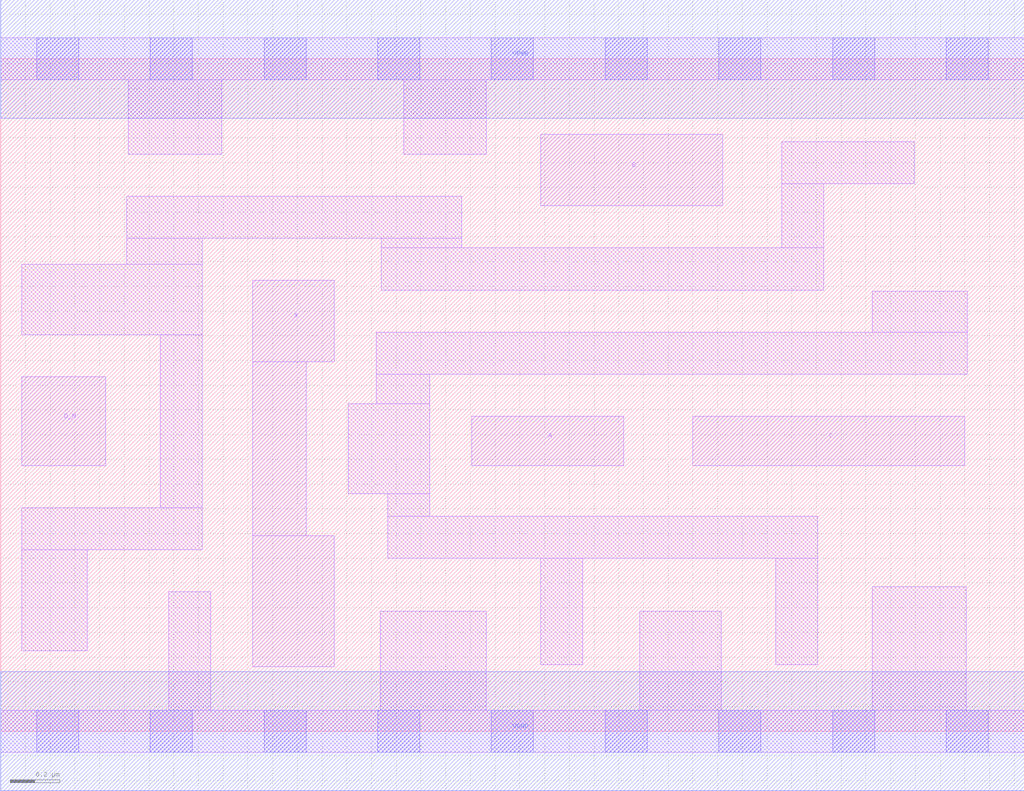
<source format=lef>
# Copyright 2020 The SkyWater PDK Authors
#
# Licensed under the Apache License, Version 2.0 (the "License");
# you may not use this file except in compliance with the License.
# You may obtain a copy of the License at
#
#     https://www.apache.org/licenses/LICENSE-2.0
#
# Unless required by applicable law or agreed to in writing, software
# distributed under the License is distributed on an "AS IS" BASIS,
# WITHOUT WARRANTIES OR CONDITIONS OF ANY KIND, either express or implied.
# See the License for the specific language governing permissions and
# limitations under the License.
#
# SPDX-License-Identifier: Apache-2.0

VERSION 5.7 ;
BUSBITCHARS "[]" ;
DIVIDERCHAR "/" ;
PROPERTYDEFINITIONS
  MACRO maskLayoutSubType STRING ;
  MACRO prCellType STRING ;
  MACRO originalViewName STRING ;
END PROPERTYDEFINITIONS
MACRO sky130_fd_sc_hdll__or4b_2
  ORIGIN  0.000000  0.000000 ;
  CLASS CORE ;
  SYMMETRY X Y R90 ;
  SIZE  4.140000 BY  2.720000 ;
  SITE unithd ;
  PIN A
    ANTENNAGATEAREA  0.138600 ;
    DIRECTION INPUT ;
    USE SIGNAL ;
    PORT
      LAYER li1 ;
        RECT 1.905000 1.075000 2.520000 1.275000 ;
    END
  END A
  PIN B
    ANTENNAGATEAREA  0.138600 ;
    DIRECTION INPUT ;
    USE SIGNAL ;
    PORT
      LAYER li1 ;
        RECT 2.185000 2.125000 2.920000 2.415000 ;
    END
  END B
  PIN C
    ANTENNAGATEAREA  0.138600 ;
    DIRECTION INPUT ;
    USE SIGNAL ;
    PORT
      LAYER li1 ;
        RECT 2.800000 1.075000 3.900000 1.275000 ;
    END
  END C
  PIN D_N
    ANTENNAGATEAREA  0.138600 ;
    DIRECTION INPUT ;
    USE SIGNAL ;
    PORT
      LAYER li1 ;
        RECT 0.085000 1.075000 0.425000 1.435000 ;
    END
  END D_N
  PIN X
    ANTENNADIFFAREA  0.498000 ;
    DIRECTION OUTPUT ;
    USE SIGNAL ;
    PORT
      LAYER li1 ;
        RECT 1.020000 0.260000 1.350000 0.790000 ;
        RECT 1.020000 0.790000 1.235000 1.495000 ;
        RECT 1.020000 1.495000 1.350000 1.825000 ;
    END
  END X
  PIN VGND
    DIRECTION INOUT ;
    USE GROUND ;
    PORT
      LAYER met1 ;
        RECT 0.000000 -0.240000 4.140000 0.240000 ;
    END
  END VGND
  PIN VNB
    DIRECTION INOUT ;
    USE GROUND ;
    PORT
    END
  END VNB
  PIN VPB
    DIRECTION INOUT ;
    USE POWER ;
    PORT
    END
  END VPB
  PIN VPWR
    DIRECTION INOUT ;
    USE POWER ;
    PORT
      LAYER met1 ;
        RECT 0.000000 2.480000 4.140000 2.960000 ;
    END
  END VPWR
  OBS
    LAYER li1 ;
      RECT 0.000000 -0.085000 4.140000 0.085000 ;
      RECT 0.000000  2.635000 4.140000 2.805000 ;
      RECT 0.085000  0.325000 0.350000 0.735000 ;
      RECT 0.085000  0.735000 0.815000 0.905000 ;
      RECT 0.085000  1.605000 0.815000 1.890000 ;
      RECT 0.510000  1.890000 0.815000 1.995000 ;
      RECT 0.510000  1.995000 1.865000 2.165000 ;
      RECT 0.515000  2.335000 0.895000 2.635000 ;
      RECT 0.645000  0.905000 0.815000 1.605000 ;
      RECT 0.680000  0.085000 0.850000 0.565000 ;
      RECT 1.405000  0.960000 1.735000 1.325000 ;
      RECT 1.520000  1.325000 1.735000 1.445000 ;
      RECT 1.520000  1.445000 3.910000 1.615000 ;
      RECT 1.535000  0.085000 1.965000 0.485000 ;
      RECT 1.540000  1.785000 3.330000 1.955000 ;
      RECT 1.540000  1.955000 1.865000 1.995000 ;
      RECT 1.565000  0.700000 3.305000 0.870000 ;
      RECT 1.565000  0.870000 1.735000 0.960000 ;
      RECT 1.630000  2.335000 1.965000 2.635000 ;
      RECT 2.185000  0.270000 2.355000 0.700000 ;
      RECT 2.585000  0.085000 2.915000 0.485000 ;
      RECT 3.135000  0.270000 3.305000 0.700000 ;
      RECT 3.160000  1.955000 3.330000 2.215000 ;
      RECT 3.160000  2.215000 3.695000 2.385000 ;
      RECT 3.525000  0.085000 3.905000 0.585000 ;
      RECT 3.525000  1.615000 3.910000 1.780000 ;
    LAYER mcon ;
      RECT 0.145000 -0.085000 0.315000 0.085000 ;
      RECT 0.145000  2.635000 0.315000 2.805000 ;
      RECT 0.605000 -0.085000 0.775000 0.085000 ;
      RECT 0.605000  2.635000 0.775000 2.805000 ;
      RECT 1.065000 -0.085000 1.235000 0.085000 ;
      RECT 1.065000  2.635000 1.235000 2.805000 ;
      RECT 1.525000 -0.085000 1.695000 0.085000 ;
      RECT 1.525000  2.635000 1.695000 2.805000 ;
      RECT 1.985000 -0.085000 2.155000 0.085000 ;
      RECT 1.985000  2.635000 2.155000 2.805000 ;
      RECT 2.445000 -0.085000 2.615000 0.085000 ;
      RECT 2.445000  2.635000 2.615000 2.805000 ;
      RECT 2.905000 -0.085000 3.075000 0.085000 ;
      RECT 2.905000  2.635000 3.075000 2.805000 ;
      RECT 3.365000 -0.085000 3.535000 0.085000 ;
      RECT 3.365000  2.635000 3.535000 2.805000 ;
      RECT 3.825000 -0.085000 3.995000 0.085000 ;
      RECT 3.825000  2.635000 3.995000 2.805000 ;
  END
  PROPERTY maskLayoutSubType "abstract" ;
  PROPERTY prCellType "standard" ;
  PROPERTY originalViewName "layout" ;
END sky130_fd_sc_hdll__or4b_2
END LIBRARY

</source>
